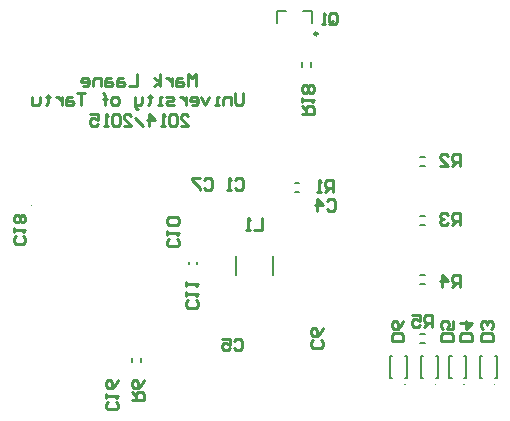
<source format=gbo>
%FSLAX43Y43*%
%MOMM*%
G71*
G01*
G75*
G04 Layer_Color=32896*
%ADD10R,3.650X2.050*%
%ADD11R,1.400X0.400*%
%ADD12R,1.900X2.300*%
%ADD13R,1.900X2.400*%
%ADD14R,0.900X1.000*%
%ADD15R,0.900X0.800*%
%ADD16R,0.800X0.900*%
%ADD17R,0.700X0.900*%
%ADD18R,3.000X1.000*%
%ADD19O,1.550X0.250*%
%ADD20R,0.900X0.700*%
%ADD21R,3.300X1.100*%
%ADD22R,1.500X1.400*%
%ADD23R,1.050X0.600*%
%ADD24R,2.250X2.100*%
%ADD25R,1.250X1.950*%
%ADD26O,0.600X2.050*%
%ADD27O,2.050X0.600*%
%ADD28R,2.150X3.200*%
%ADD29R,2.150X0.900*%
%ADD30R,0.559X0.711*%
%ADD31C,0.200*%
%ADD32C,0.400*%
%ADD33C,5.000*%
%ADD34C,1.500*%
%ADD35R,1.500X1.500*%
%ADD36R,1.500X1.500*%
%ADD37C,0.600*%
%ADD38C,1.000*%
%ADD39R,0.450X0.900*%
%ADD40R,3.300X1.400*%
%ADD41R,0.600X1.000*%
%ADD42C,0.250*%
%ADD43C,0.100*%
%ADD44C,0.600*%
%ADD45C,0.254*%
%ADD46C,0.203*%
%ADD47R,3.853X2.253*%
%ADD48R,1.603X0.603*%
%ADD49R,2.103X2.503*%
%ADD50R,2.103X2.603*%
%ADD51R,1.103X1.203*%
%ADD52R,1.103X1.003*%
%ADD53R,1.003X1.103*%
%ADD54R,0.903X1.103*%
%ADD55R,3.203X1.203*%
%ADD56O,1.753X0.453*%
%ADD57R,1.103X0.903*%
%ADD58R,3.503X1.303*%
%ADD59R,1.703X1.603*%
%ADD60R,1.253X0.803*%
%ADD61R,2.453X2.303*%
%ADD62R,1.453X2.153*%
%ADD63O,0.803X2.253*%
%ADD64O,2.253X0.803*%
%ADD65R,2.353X3.403*%
%ADD66R,2.353X1.103*%
%ADD67R,0.762X0.914*%
%ADD68C,1.703*%
%ADD69R,1.703X1.703*%
%ADD70R,1.703X1.703*%
%ADD71R,0.653X1.103*%
%ADD72R,3.503X1.603*%
%ADD73R,0.803X1.203*%
G54D31*
X38500Y5500D02*
Y7300D01*
X37100Y5500D02*
Y7300D01*
X38325Y5500D02*
X38500D01*
X38325Y7300D02*
X38500D01*
X37100Y5500D02*
X37275D01*
X37100Y7300D02*
X37275D01*
X37000Y23450D02*
X37400D01*
X37000Y24150D02*
X37400D01*
X37000Y18450D02*
X37400D01*
X37000Y19150D02*
X37400D01*
X37000Y13450D02*
X37400D01*
X37000Y14150D02*
X37400D01*
X13350Y6800D02*
Y7200D01*
X12650Y6800D02*
Y7200D01*
X37000Y8450D02*
X37400D01*
X37000Y9150D02*
X37400D01*
X17450Y15150D02*
Y15250D01*
X18150Y15150D02*
Y15250D01*
X24550Y14200D02*
Y15800D01*
X21450Y14200D02*
Y15800D01*
X26400Y21250D02*
X26800D01*
X26400Y21950D02*
X26800D01*
X27050Y31800D02*
Y32200D01*
X27750Y31800D02*
Y32200D01*
X24900Y36500D02*
X25700D01*
X24900Y35500D02*
Y36500D01*
X27100D02*
X27900D01*
Y35500D02*
Y36500D01*
X35900Y5500D02*
Y7300D01*
X34500Y5500D02*
Y7300D01*
X35725Y5500D02*
X35900D01*
X35725Y7300D02*
X35900D01*
X34500Y5500D02*
X34675D01*
X34500Y7300D02*
X34675D01*
X40900Y5500D02*
Y7300D01*
X39500Y5500D02*
Y7300D01*
X40725Y5500D02*
X40900D01*
X40725Y7300D02*
X40900D01*
X39500Y5500D02*
X39675D01*
X39500Y7300D02*
X39675D01*
X43500Y5500D02*
Y7300D01*
X42100Y5500D02*
Y7300D01*
X43325Y5500D02*
X43500D01*
X43325Y7300D02*
X43500D01*
X42100Y5500D02*
X42275D01*
X42100Y7300D02*
X42275D01*
G54D42*
X28325Y34600D02*
G03*
X28325Y34600I-125J0D01*
G01*
G54D43*
X4125Y20100D02*
G03*
X4125Y20100I-50J0D01*
G01*
X38375Y4950D02*
G03*
X38375Y4950I-50J0D01*
G01*
X35775D02*
G03*
X35775Y4950I-50J0D01*
G01*
X40775D02*
G03*
X40775Y4950I-50J0D01*
G01*
X43375D02*
G03*
X43375Y4950I-50J0D01*
G01*
G54D45*
X3433Y17466D02*
X3600Y17300D01*
Y16967D01*
X3433Y16800D01*
X2767D01*
X2600Y16967D01*
Y17300D01*
X2767Y17466D01*
X2600Y17800D02*
Y18133D01*
Y17966D01*
X3600D01*
X3433Y17800D01*
Y18633D02*
X3600Y18799D01*
Y19133D01*
X3433Y19299D01*
X3266D01*
X3100Y19133D01*
X2933Y19299D01*
X2767D01*
X2600Y19133D01*
Y18799D01*
X2767Y18633D01*
X2933D01*
X3100Y18799D01*
X3266Y18633D01*
X3433D01*
X3100Y18799D02*
Y19133D01*
X38000Y9800D02*
Y10800D01*
X37500D01*
X37334Y10633D01*
Y10300D01*
X37500Y10133D01*
X38000D01*
X37667D02*
X37334Y9800D01*
X36334Y10800D02*
X37000D01*
Y10300D01*
X36667Y10466D01*
X36500D01*
X36334Y10300D01*
Y9967D01*
X36500Y9800D01*
X36834D01*
X37000Y9967D01*
X27000Y27800D02*
X28000D01*
Y28300D01*
X27833Y28466D01*
X27500D01*
X27333Y28300D01*
Y27800D01*
Y28133D02*
X27000Y28466D01*
Y28800D02*
Y29133D01*
Y28966D01*
X28000D01*
X27833Y28800D01*
Y29633D02*
X28000Y29799D01*
Y30133D01*
X27833Y30299D01*
X27666D01*
X27500Y30133D01*
X27333Y30299D01*
X27167D01*
X27000Y30133D01*
Y29799D01*
X27167Y29633D01*
X27333D01*
X27500Y29799D01*
X27666Y29633D01*
X27833D01*
X27500Y29799D02*
Y30133D01*
X12600Y3600D02*
X13600D01*
Y4100D01*
X13433Y4266D01*
X13100D01*
X12933Y4100D01*
Y3600D01*
Y3933D02*
X12600Y4266D01*
X13600Y5266D02*
X13433Y4933D01*
X13100Y4600D01*
X12767D01*
X12600Y4766D01*
Y5100D01*
X12767Y5266D01*
X12933D01*
X13100Y5100D01*
Y4600D01*
X40400Y13200D02*
Y14200D01*
X39900D01*
X39734Y14033D01*
Y13700D01*
X39900Y13533D01*
X40400D01*
X40067D02*
X39734Y13200D01*
X38900D02*
Y14200D01*
X39400Y13700D01*
X38734D01*
X40400Y18400D02*
Y19400D01*
X39900D01*
X39734Y19233D01*
Y18900D01*
X39900Y18733D01*
X40400D01*
X40067D02*
X39734Y18400D01*
X39400Y19233D02*
X39234Y19400D01*
X38900D01*
X38734Y19233D01*
Y19066D01*
X38900Y18900D01*
X39067D01*
X38900D01*
X38734Y18733D01*
Y18567D01*
X38900Y18400D01*
X39234D01*
X39400Y18567D01*
X40400Y23400D02*
Y24400D01*
X39900D01*
X39734Y24233D01*
Y23900D01*
X39900Y23733D01*
X40400D01*
X40067D02*
X39734Y23400D01*
X38734D02*
X39400D01*
X38734Y24066D01*
Y24233D01*
X38900Y24400D01*
X39234D01*
X39400Y24233D01*
X29600Y21200D02*
Y22200D01*
X29100D01*
X28934Y22033D01*
Y21700D01*
X29100Y21533D01*
X29600D01*
X29267D02*
X28934Y21200D01*
X28600D02*
X28267D01*
X28434D01*
Y22200D01*
X28600Y22033D01*
X29334Y35567D02*
Y36233D01*
X29500Y36400D01*
X29833D01*
X30000Y36233D01*
Y35567D01*
X29833Y35400D01*
X29500D01*
X29667Y35733D02*
X29334Y35400D01*
X29500D02*
X29334Y35567D01*
X29000Y35400D02*
X28667D01*
X28834D01*
Y36400D01*
X29000Y36233D01*
X23600Y19000D02*
Y18000D01*
X22934D01*
X22600D02*
X22267D01*
X22434D01*
Y19000D01*
X22600Y18833D01*
X35600Y8600D02*
X34600D01*
Y9100D01*
X34767Y9266D01*
X35433D01*
X35600Y9100D01*
Y8600D01*
Y10266D02*
X35433Y9933D01*
X35100Y9600D01*
X34767D01*
X34600Y9766D01*
Y10100D01*
X34767Y10266D01*
X34933D01*
X35100Y10100D01*
Y9600D01*
X39800Y8600D02*
X38800D01*
Y9100D01*
X38967Y9266D01*
X39633D01*
X39800Y9100D01*
Y8600D01*
Y10266D02*
Y9600D01*
X39300D01*
X39466Y9933D01*
Y10100D01*
X39300Y10266D01*
X38967D01*
X38800Y10100D01*
Y9766D01*
X38967Y9600D01*
X41400Y8600D02*
X40400D01*
Y9100D01*
X40567Y9266D01*
X41233D01*
X41400Y9100D01*
Y8600D01*
X40400Y10100D02*
X41400D01*
X40900Y9600D01*
Y10266D01*
X43200Y8600D02*
X42200D01*
Y9100D01*
X42367Y9266D01*
X43033D01*
X43200Y9100D01*
Y8600D01*
X43033Y9600D02*
X43200Y9766D01*
Y10100D01*
X43033Y10266D01*
X42866D01*
X42700Y10100D01*
Y9933D01*
Y10100D01*
X42533Y10266D01*
X42367D01*
X42200Y10100D01*
Y9766D01*
X42367Y9600D01*
X11233Y3466D02*
X11400Y3300D01*
Y2967D01*
X11233Y2800D01*
X10567D01*
X10400Y2967D01*
Y3300D01*
X10567Y3466D01*
X10400Y3800D02*
Y4133D01*
Y3966D01*
X11400D01*
X11233Y3800D01*
X11400Y5299D02*
X11233Y4966D01*
X10900Y4633D01*
X10567D01*
X10400Y4799D01*
Y5133D01*
X10567Y5299D01*
X10733D01*
X10900Y5133D01*
Y4633D01*
X18033Y12066D02*
X18200Y11900D01*
Y11567D01*
X18033Y11400D01*
X17367D01*
X17200Y11567D01*
Y11900D01*
X17367Y12066D01*
X17200Y12400D02*
Y12733D01*
Y12566D01*
X18200D01*
X18033Y12400D01*
X17200Y13233D02*
Y13566D01*
Y13399D01*
X18200D01*
X18033Y13233D01*
X16399Y17266D02*
X16565Y17100D01*
Y16767D01*
X16399Y16600D01*
X15732D01*
X15566Y16767D01*
Y17100D01*
X15732Y17266D01*
X15566Y17600D02*
Y17933D01*
Y17766D01*
X16565D01*
X16399Y17600D01*
Y18433D02*
X16565Y18599D01*
Y18933D01*
X16399Y19099D01*
X15732D01*
X15566Y18933D01*
Y18599D01*
X15732Y18433D01*
X16399D01*
X18734Y22233D02*
X18900Y22400D01*
X19233D01*
X19400Y22233D01*
Y21567D01*
X19233Y21400D01*
X18900D01*
X18734Y21567D01*
X18400Y22400D02*
X17734D01*
Y22233D01*
X18400Y21567D01*
Y21400D01*
X28633Y8666D02*
X28800Y8500D01*
Y8167D01*
X28633Y8000D01*
X27967D01*
X27800Y8167D01*
Y8500D01*
X27967Y8666D01*
X28800Y9666D02*
X28633Y9333D01*
X28300Y9000D01*
X27967D01*
X27800Y9166D01*
Y9500D01*
X27967Y9666D01*
X28133D01*
X28300Y9500D01*
Y9000D01*
X21228Y8633D02*
X21394Y8800D01*
X21728D01*
X21894Y8633D01*
Y7967D01*
X21728Y7800D01*
X21394D01*
X21228Y7967D01*
X20228Y8800D02*
X20894D01*
Y8300D01*
X20561Y8466D01*
X20395D01*
X20228Y8300D01*
Y7967D01*
X20395Y7800D01*
X20728D01*
X20894Y7967D01*
X29134Y20433D02*
X29300Y20600D01*
X29633D01*
X29800Y20433D01*
Y19767D01*
X29633Y19600D01*
X29300D01*
X29134Y19767D01*
X28300Y19600D02*
Y20600D01*
X28800Y20100D01*
X28134D01*
X21334Y22233D02*
X21500Y22400D01*
X21833D01*
X22000Y22233D01*
Y21567D01*
X21833Y21400D01*
X21500D01*
X21334Y21567D01*
X21000Y21400D02*
X20667D01*
X20834D01*
Y22400D01*
X21000Y22233D01*
X18000Y30200D02*
Y31200D01*
X17667Y30866D01*
X17334Y31200D01*
Y30200D01*
X16834Y30866D02*
X16500D01*
X16334Y30700D01*
Y30200D01*
X16834D01*
X17000Y30367D01*
X16834Y30533D01*
X16334D01*
X16001Y30866D02*
Y30200D01*
Y30533D01*
X15834Y30700D01*
X15667Y30866D01*
X15501D01*
X15001Y30200D02*
Y31200D01*
Y30533D02*
X14501Y30866D01*
X15001Y30533D02*
X14501Y30200D01*
X13002Y31200D02*
Y30200D01*
X12335D01*
X11835Y30866D02*
X11502D01*
X11335Y30700D01*
Y30200D01*
X11835D01*
X12002Y30367D01*
X11835Y30533D01*
X11335D01*
X10836Y30866D02*
X10502D01*
X10336Y30700D01*
Y30200D01*
X10836D01*
X11002Y30367D01*
X10836Y30533D01*
X10336D01*
X10003Y30200D02*
Y30866D01*
X9503D01*
X9336Y30700D01*
Y30200D01*
X8503D02*
X8836D01*
X9003Y30367D01*
Y30700D01*
X8836Y30866D01*
X8503D01*
X8336Y30700D01*
Y30533D01*
X9003D01*
X22000Y29600D02*
Y28767D01*
X21833Y28600D01*
X21500D01*
X21334Y28767D01*
Y29600D01*
X21000Y28600D02*
Y29266D01*
X20500D01*
X20334Y29100D01*
Y28600D01*
X20001D02*
X19667D01*
X19834D01*
Y29266D01*
X20001D01*
X19168D02*
X18834Y28600D01*
X18501Y29266D01*
X17668Y28600D02*
X18001D01*
X18168Y28767D01*
Y29100D01*
X18001Y29266D01*
X17668D01*
X17501Y29100D01*
Y28933D01*
X18168D01*
X17168Y29266D02*
Y28600D01*
Y28933D01*
X17002Y29100D01*
X16835Y29266D01*
X16668D01*
X16169Y28600D02*
X15669D01*
X15502Y28767D01*
X15669Y28933D01*
X16002D01*
X16169Y29100D01*
X16002Y29266D01*
X15502D01*
X15169Y28600D02*
X14836D01*
X15002D01*
Y29266D01*
X15169D01*
X14169Y29433D02*
Y29266D01*
X14336D01*
X14003D01*
X14169D01*
Y28767D01*
X14003Y28600D01*
X13503Y29266D02*
Y28767D01*
X13336Y28600D01*
X12836D01*
Y28433D01*
X13003Y28267D01*
X13170D01*
X12836Y28600D02*
Y29266D01*
X11337Y28600D02*
X11004D01*
X10837Y28767D01*
Y29100D01*
X11004Y29266D01*
X11337D01*
X11503Y29100D01*
Y28767D01*
X11337Y28600D01*
X10337D02*
Y29433D01*
Y29100D01*
X10504D01*
X10170D01*
X10337D01*
Y29433D01*
X10170Y29600D01*
X8671D02*
X8005D01*
X8338D01*
Y28600D01*
X7505Y29266D02*
X7171D01*
X7005Y29100D01*
Y28600D01*
X7505D01*
X7671Y28767D01*
X7505Y28933D01*
X7005D01*
X6672Y29266D02*
Y28600D01*
Y28933D01*
X6505Y29100D01*
X6338Y29266D01*
X6172D01*
X5505Y29433D02*
Y29266D01*
X5672D01*
X5339D01*
X5505D01*
Y28767D01*
X5339Y28600D01*
X4839Y29266D02*
Y28767D01*
X4672Y28600D01*
X4172D01*
Y29266D01*
X16734Y26800D02*
X17400D01*
X16734Y27466D01*
Y27633D01*
X16900Y27800D01*
X17233D01*
X17400Y27633D01*
X16400D02*
X16234Y27800D01*
X15900D01*
X15734Y27633D01*
Y26967D01*
X15900Y26800D01*
X16234D01*
X16400Y26967D01*
Y27633D01*
X15401Y26800D02*
X15067D01*
X15234D01*
Y27800D01*
X15401Y27633D01*
X14068Y26800D02*
Y27800D01*
X14568Y27300D01*
X13901D01*
X13568Y26800D02*
X12901Y27466D01*
X11902Y26800D02*
X12568D01*
X11902Y27466D01*
Y27633D01*
X12068Y27800D01*
X12402D01*
X12568Y27633D01*
X11569D02*
X11402Y27800D01*
X11069D01*
X10902Y27633D01*
Y26967D01*
X11069Y26800D01*
X11402D01*
X11569Y26967D01*
Y27633D01*
X10569Y26800D02*
X10236D01*
X10402D01*
Y27800D01*
X10569Y27633D01*
X9069Y27800D02*
X9736D01*
Y27300D01*
X9403Y27466D01*
X9236D01*
X9069Y27300D01*
Y26967D01*
X9236Y26800D01*
X9569D01*
X9736Y26967D01*
M02*

</source>
